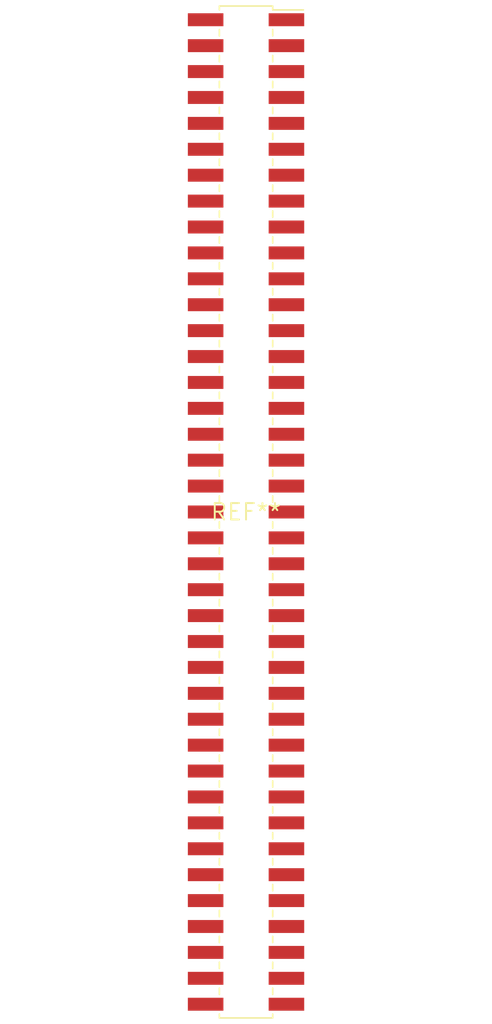
<source format=kicad_pcb>
(kicad_pcb (version 20240108) (generator pcbnew)
  (layers (0 "F.Cu" signal) (31 "B.Cu" signal) (34 "B.Paste" user) (35 "F.Paste" user) (36 "B.SilkS" user "B.Silkscreen") (37 "F.SilkS" user "F.Silkscreen") (38 "B.Mask" user) (39 "F.Mask" user) (44 "Edge.Cuts" user))
  (net 0 "")
  (footprint "PinSocket_2x39_P2.00mm_Vertical_SMD" (layer "F.Cu") (at 0 0)
    (property "Reference" "REF**")
    (property "Value" "PinSocket_2x39_P2.00mm_Vertical_SMD")
    (fp_line (start -2.06 -39.06) (end -2.06 -38.76) (layer "F.SilkS") (stroke (width 0.12)))
    (fp_line (start -2.06 -39.06) (end 2.06 -39.06) (layer "F.SilkS") (stroke (width 0.12)))
    (fp_line (start -2.06 -37.24) (end -2.06 -36.76) (layer "F.SilkS") (stroke (width 0.12)))
    (fp_line (start -2.06 -35.24) (end -2.06 -34.76) (layer "F.SilkS") (stroke (width 0.12)))
    (fp_line (start -2.06 -33.24) (end -2.06 -32.76) (layer "F.SilkS") (stroke (width 0.12)))
    (fp_line (start -2.06 -31.24) (end -2.06 -30.76) (layer "F.SilkS") (stroke (width 0.12)))
    (fp_line (start -2.06 -29.24) (end -2.06 -28.76) (layer "F.SilkS") (stroke (width 0.12)))
    (fp_line (start -2.06 -27.24) (end -2.06 -26.76) (layer "F.SilkS") (stroke (width 0.12)))
    (fp_line (start -2.06 -25.24) (end -2.06 -24.76) (layer "F.SilkS") (stroke (width 0.12)))
    (fp_line (start -2.06 -23.24) (end -2.06 -22.76) (layer "F.SilkS") (stroke (width 0.12)))
    (fp_line (start -2.06 -21.24) (end -2.06 -20.76) (layer "F.SilkS") (stroke (width 0.12)))
    (fp_line (start -2.06 -19.24) (end -2.06 -18.76) (layer "F.SilkS") (stroke (width 0.12)))
    (fp_line (start -2.06 -17.24) (end -2.06 -16.76) (layer "F.SilkS") (stroke (width 0.12)))
    (fp_line (start -2.06 -15.24) (end -2.06 -14.76) (layer "F.SilkS") (stroke (width 0.12)))
    (fp_line (start -2.06 -13.24) (end -2.06 -12.76) (layer "F.SilkS") (stroke (width 0.12)))
    (fp_line (start -2.06 -11.24) (end -2.06 -10.76) (layer "F.SilkS") (stroke (width 0.12)))
    (fp_line (start -2.06 -9.24) (end -2.06 -8.76) (layer "F.SilkS") (stroke (width 0.12)))
    (fp_line (start -2.06 -7.24) (end -2.06 -6.76) (layer "F.SilkS") (stroke (width 0.12)))
    (fp_line (start -2.06 -5.24) (end -2.06 -4.76) (layer "F.SilkS") (stroke (width 0.12)))
    (fp_line (start -2.06 -3.24) (end -2.06 -2.76) (layer "F.SilkS") (stroke (width 0.12)))
    (fp_line (start -2.06 -1.24) (end -2.06 -0.76) (layer "F.SilkS") (stroke (width 0.12)))
    (fp_line (start -2.06 0.76) (end -2.06 1.24) (layer "F.SilkS") (stroke (width 0.12)))
    (fp_line (start -2.06 2.76) (end -2.06 3.24) (layer "F.SilkS") (stroke (width 0.12)))
    (fp_line (start -2.06 4.76) (end -2.06 5.24) (layer "F.SilkS") (stroke (width 0.12)))
    (fp_line (start -2.06 6.76) (end -2.06 7.24) (layer "F.SilkS") (stroke (width 0.12)))
    (fp_line (start -2.06 8.76) (end -2.06 9.24) (layer "F.SilkS") (stroke (width 0.12)))
    (fp_line (start -2.06 10.76) (end -2.06 11.24) (layer "F.SilkS") (stroke (width 0.12)))
    (fp_line (start -2.06 12.76) (end -2.06 13.24) (layer "F.SilkS") (stroke (width 0.12)))
    (fp_line (start -2.06 14.76) (end -2.06 15.24) (layer "F.SilkS") (stroke (width 0.12)))
    (fp_line (start -2.06 16.76) (end -2.06 17.24) (layer "F.SilkS") (stroke (width 0.12)))
    (fp_line (start -2.06 18.76) (end -2.06 19.24) (layer "F.SilkS") (stroke (width 0.12)))
    (fp_line (start -2.06 20.76) (end -2.06 21.24) (layer "F.SilkS") (stroke (width 0.12)))
    (fp_line (start -2.06 22.76) (end -2.06 23.24) (layer "F.SilkS") (stroke (width 0.12)))
    (fp_line (start -2.06 24.76) (end -2.06 25.24) (layer "F.SilkS") (stroke (width 0.12)))
    (fp_line (start -2.06 26.76) (end -2.06 27.24) (layer "F.SilkS") (stroke (width 0.12)))
    (fp_line (start -2.06 28.76) (end -2.06 29.24) (layer "F.SilkS") (stroke (width 0.12)))
    (fp_line (start -2.06 30.76) (end -2.06 31.24) (layer "F.SilkS") (stroke (width 0.12)))
    (fp_line (start -2.06 32.76) (end -2.06 33.24) (layer "F.SilkS") (stroke (width 0.12)))
    (fp_line (start -2.06 34.76) (end -2.06 35.24) (layer "F.SilkS") (stroke (width 0.12)))
    (fp_line (start -2.06 36.76) (end -2.06 37.24) (layer "F.SilkS") (stroke (width 0.12)))
    (fp_line (start -2.06 38.76) (end -2.06 39.06) (layer "F.SilkS") (stroke (width 0.12)))
    (fp_line (start -2.06 39.06) (end 2.06 39.06) (layer "F.SilkS") (stroke (width 0.12)))
    (fp_line (start 2.06 -39.06) (end 2.06 -38.76) (layer "F.SilkS") (stroke (width 0.12)))
    (fp_line (start 2.06 -38.76) (end 4.44 -38.76) (layer "F.SilkS") (stroke (width 0.12)))
    (fp_line (start 2.06 -37.24) (end 2.06 -36.76) (layer "F.SilkS") (stroke (width 0.12)))
    (fp_line (start 2.06 -35.24) (end 2.06 -34.76) (layer "F.SilkS") (stroke (width 0.12)))
    (fp_line (start 2.06 -33.24) (end 2.06 -32.76) (layer "F.SilkS") (stroke (width 0.12)))
    (fp_line (start 2.06 -31.24) (end 2.06 -30.76) (layer "F.SilkS") (stroke (width 0.12)))
    (fp_line (start 2.06 -29.24) (end 2.06 -28.76) (layer "F.SilkS") (stroke (width 0.12)))
    (fp_line (start 2.06 -27.24) (end 2.06 -26.76) (layer "F.SilkS") (stroke (width 0.12)))
    (fp_line (start 2.06 -25.24) (end 2.06 -24.76) (layer "F.SilkS") (stroke (width 0.12)))
    (fp_line (start 2.06 -23.24) (end 2.06 -22.76) (layer "F.SilkS") (stroke (width 0.12)))
    (fp_line (start 2.06 -21.24) (end 2.06 -20.76) (layer "F.SilkS") (stroke (width 0.12)))
    (fp_line (start 2.06 -19.24) (end 2.06 -18.76) (layer "F.SilkS") (stroke (width 0.12)))
    (fp_line (start 2.06 -17.24) (end 2.06 -16.76) (layer "F.SilkS") (stroke (width 0.12)))
    (fp_line (start 2.06 -15.24) (end 2.06 -14.76) (layer "F.SilkS") (stroke (width 0.12)))
    (fp_line (start 2.06 -13.24) (end 2.06 -12.76) (layer "F.SilkS") (stroke (width 0.12)))
    (fp_line (start 2.06 -11.24) (end 2.06 -10.76) (layer "F.SilkS") (stroke (width 0.12)))
    (fp_line (start 2.06 -9.24) (end 2.06 -8.76) (layer "F.SilkS") (stroke (width 0.12)))
    (fp_line (start 2.06 -7.24) (end 2.06 -6.76) (layer "F.SilkS") (stroke (width 0.12)))
    (fp_line (start 2.06 -5.24) (end 2.06 -4.76) (layer "F.SilkS") (stroke (width 0.12)))
    (fp_line (start 2.06 -3.24) (end 2.06 -2.76) (layer "F.SilkS") (stroke (width 0.12)))
    (fp_line (start 2.06 -1.24) (end 2.06 -0.76) (layer "F.SilkS") (stroke (width 0.12)))
    (fp_line (start 2.06 0.76) (end 2.06 1.24) (layer "F.SilkS") (stroke (width 0.12)))
    (fp_line (start 2.06 2.76) (end 2.06 3.24) (layer "F.SilkS") (stroke (width 0.12)))
    (fp_line (start 2.06 4.76) (end 2.06 5.24) (layer "F.SilkS") (stroke (width 0.12)))
    (fp_line (start 2.06 6.76) (end 2.06 7.24) (layer "F.SilkS") (stroke (width 0.12)))
    (fp_line (start 2.06 8.76) (end 2.06 9.24) (layer "F.SilkS") (stroke (width 0.12)))
    (fp_line (start 2.06 10.76) (end 2.06 11.24) (layer "F.SilkS") (stroke (width 0.12)))
    (fp_line (start 2.06 12.76) (end 2.06 13.24) (layer "F.SilkS") (stroke (width 0.12)))
    (fp_line (start 2.06 14.76) (end 2.06 15.24) (layer "F.SilkS") (stroke (width 0.12)))
    (fp_line (start 2.06 16.76) (end 2.06 17.24) (layer "F.SilkS") (stroke (width 0.12)))
    (fp_line (start 2.06 18.76) (end 2.06 19.24) (layer "F.SilkS") (stroke (width 0.12)))
    (fp_line (start 2.06 20.76) (end 2.06 21.24) (layer "F.SilkS") (stroke (width 0.12)))
    (fp_line (start 2.06 22.76) (end 2.06 23.24) (layer "F.SilkS") (stroke (width 0.12)))
    (fp_line (start 2.06 24.76) (end 2.06 25.24) (layer "F.SilkS") (stroke (width 0.12)))
    (fp_line (start 2.06 26.76) (end 2.06 27.24) (layer "F.SilkS") (stroke (width 0.12)))
    (fp_line (start 2.06 28.76) (end 2.06 29.24) (layer "F.SilkS") (stroke (width 0.12)))
    (fp_line (start 2.06 30.76) (end 2.06 31.24) (layer "F.SilkS") (stroke (width 0.12)))
    (fp_line (start 2.06 32.76) (end 2.06 33.24) (layer "F.SilkS") (stroke (width 0.12)))
    (fp_line (start 2.06 34.76) (end 2.06 35.24) (layer "F.SilkS") (stroke (width 0.12)))
    (fp_line (start 2.06 36.76) (end 2.06 37.24) (layer "F.SilkS") (stroke (width 0.12)))
    (fp_line (start 2.06 38.76) (end 2.06 39.06) (layer "F.SilkS") (stroke (width 0.12)))
    (pad "1" smd rect (at 3.125 -38) (size 2.75 1) (layers "F.Cu" "F.Paste" "F.Mask"))
    (pad "2" smd rect (at -3.125 -38) (size 2.75 1) (layers "F.Cu" "F.Paste" "F.Mask"))
    (pad "3" smd rect (at 3.125 -36) (size 2.75 1) (layers "F.Cu" "F.Paste" "F.Mask"))
    (pad "4" smd rect (at -3.125 -36) (size 2.75 1) (layers "F.Cu" "F.Paste" "F.Mask"))
    (pad "5" smd rect (at 3.125 -34) (size 2.75 1) (layers "F.Cu" "F.Paste" "F.Mask"))
    (pad "6" smd rect (at -3.125 -34) (size 2.75 1) (layers "F.Cu" "F.Paste" "F.Mask"))
    (pad "7" smd rect (at 3.125 -32) (size 2.75 1) (layers "F.Cu" "F.Paste" "F.Mask"))
    (pad "8" smd rect (at -3.125 -32) (size 2.75 1) (layers "F.Cu" "F.Paste" "F.Mask"))
    (pad "9" smd rect (at 3.125 -30) (size 2.75 1) (layers "F.Cu" "F.Paste" "F.Mask"))
    (pad "10" smd rect (at -3.125 -30) (size 2.75 1) (layers "F.Cu" "F.Paste" "F.Mask"))
    (pad "11" smd rect (at 3.125 -28) (size 2.75 1) (layers "F.Cu" "F.Paste" "F.Mask"))
    (pad "12" smd rect (at -3.125 -28) (size 2.75 1) (layers "F.Cu" "F.Paste" "F.Mask"))
    (pad "13" smd rect (at 3.125 -26) (size 2.75 1) (layers "F.Cu" "F.Paste" "F.Mask"))
    (pad "14" smd rect (at -3.125 -26) (size 2.75 1) (layers "F.Cu" "F.Paste" "F.Mask"))
    (pad "15" smd rect (at 3.125 -24) (size 2.75 1) (layers "F.Cu" "F.Paste" "F.Mask"))
    (pad "16" smd rect (at -3.125 -24) (size 2.75 1) (layers "F.Cu" "F.Paste" "F.Mask"))
    (pad "17" smd rect (at 3.125 -22) (size 2.75 1) (layers "F.Cu" "F.Paste" "F.Mask"))
    (pad "18" smd rect (at -3.125 -22) (size 2.75 1) (layers "F.Cu" "F.Paste" "F.Mask"))
    (pad "19" smd rect (at 3.125 -20) (size 2.75 1) (layers "F.Cu" "F.Paste" "F.Mask"))
    (pad "20" smd rect (at -3.125 -20) (size 2.75 1) (layers "F.Cu" "F.Paste" "F.Mask"))
    (pad "21" smd rect (at 3.125 -18) (size 2.75 1) (layers "F.Cu" "F.Paste" "F.Mask"))
    (pad "22" smd rect (at -3.125 -18) (size 2.75 1) (layers "F.Cu" "F.Paste" "F.Mask"))
    (pad "23" smd rect (at 3.125 -16) (size 2.75 1) (layers "F.Cu" "F.Paste" "F.Mask"))
    (pad "24" smd rect (at -3.125 -16) (size 2.75 1) (layers "F.Cu" "F.Paste" "F.Mask"))
    (pad "25" smd rect (at 3.125 -14) (size 2.75 1) (layers "F.Cu" "F.Paste" "F.Mask"))
    (pad "26" smd rect (at -3.125 -14) (size 2.75 1) (layers "F.Cu" "F.Paste" "F.Mask"))
    (pad "27" smd rect (at 3.125 -12) (size 2.75 1) (layers "F.Cu" "F.Paste" "F.Mask"))
    (pad "28" smd rect (at -3.125 -12) (size 2.75 1) (layers "F.Cu" "F.Paste" "F.Mask"))
    (pad "29" smd rect (at 3.125 -10) (size 2.75 1) (layers "F.Cu" "F.Paste" "F.Mask"))
    (pad "30" smd rect (at -3.125 -10) (size 2.75 1) (layers "F.Cu" "F.Paste" "F.Mask"))
    (pad "31" smd rect (at 3.125 -8) (size 2.75 1) (layers "F.Cu" "F.Paste" "F.Mask"))
    (pad "32" smd rect (at -3.125 -8) (size 2.75 1) (layers "F.Cu" "F.Paste" "F.Mask"))
    (pad "33" smd rect (at 3.125 -6) (size 2.75 1) (layers "F.Cu" "F.Paste" "F.Mask"))
    (pad "34" smd rect (at -3.125 -6) (size 2.75 1) (layers "F.Cu" "F.Paste" "F.Mask"))
    (pad "35" smd rect (at 3.125 -4) (size 2.75 1) (layers "F.Cu" "F.Paste" "F.Mask"))
    (pad "36" smd rect (at -3.125 -4) (size 2.75 1) (layers "F.Cu" "F.Paste" "F.Mask"))
    (pad "37" smd rect (at 3.125 -2) (size 2.75 1) (layers "F.Cu" "F.Paste" "F.Mask"))
    (pad "38" smd rect (at -3.125 -2) (size 2.75 1) (layers "F.Cu" "F.Paste" "F.Mask"))
    (pad "39" smd rect (at 3.125 0) (size 2.75 1) (layers "F.Cu" "F.Paste" "F.Mask"))
    (pad "40" smd rect (at -3.125 0) (size 2.75 1) (layers "F.Cu" "F.Paste" "F.Mask"))
    (pad "41" smd rect (at 3.125 2) (size 2.75 1) (layers "F.Cu" "F.Paste" "F.Mask"))
    (pad "42" smd rect (at -3.125 2) (size 2.75 1) (layers "F.Cu" "F.Paste" "F.Mask"))
    (pad "43" smd rect (at 3.125 4) (size 2.75 1) (layers "F.Cu" "F.Paste" "F.Mask"))
    (pad "44" smd rect (at -3.125 4) (size 2.75 1) (layers "F.Cu" "F.Paste" "F.Mask"))
    (pad "45" smd rect (at 3.125 6) (size 2.75 1) (layers "F.Cu" "F.Paste" "F.Mask"))
    (pad "46" smd rect (at -3.125 6) (size 2.75 1) (layers "F.Cu" "F.Paste" "F.Mask"))
    (pad "47" smd rect (at 3.125 8) (size 2.75 1) (layers "F.Cu" "F.Paste" "F.Mask"))
    (pad "48" smd rect (at -3.125 8) (size 2.75 1) (layers "F.Cu" "F.Paste" "F.Mask"))
    (pad "49" smd rect (at 3.125 10) (size 2.75 1) (layers "F.Cu" "F.Paste" "F.Mask"))
    (pad "50" smd rect (at -3.125 10) (size 2.75 1) (layers "F.Cu" "F.Paste" "F.Mask"))
    (pad "51" smd rect (at 3.125 12) (size 2.75 1) (layers "F.Cu" "F.Paste" "F.Mask"))
    (pad "52" smd rect (at -3.125 12) (size 2.75 1) (layers "F.Cu" "F.Paste" "F.Mask"))
    (pad "53" smd rect (at 3.125 14) (size 2.75 1) (layers "F.Cu" "F.Paste" "F.Mask"))
    (pad "54" smd rect (at -3.125 14) (size 2.75 1) (layers "F.Cu" "F.Paste" "F.Mask"))
    (pad "55" smd rect (at 3.125 16) (size 2.75 1) (layers "F.Cu" "F.Paste" "F.Mask"))
    (pad "56" smd rect (at -3.125 16) (size 2.75 1) (layers "F.Cu" "F.Paste" "F.Mask"))
    (pad "57" smd rect (at 3.125 18) (size 2.75 1) (layers "F.Cu" "F.Paste" "F.Mask"))
    (pad "58" smd rect (at -3.125 18) (size 2.75 1) (layers "F.Cu" "F.Paste" "F.Mask"))
    (pad "59" smd rect (at 3.125 20) (size 2.75 1) (layers "F.Cu" "F.Paste" "F.Mask"))
    (pad "60" smd rect (at -3.125 20) (size 2.75 1) (layers "F.Cu" "F.Paste" "F.Mask"))
    (pad "61" smd rect (at 3.125 22) (size 2.75 1) (layers "F.Cu" "F.Paste" "F.Mask"))
    (pad "62" smd rect (at -3.125 22) (size 2.75 1) (layers "F.Cu" "F.Paste" "F.Mask"))
    (pad "63" smd rect (at 3.125 24) (size 2.75 1) (layers "F.Cu" "F.Paste" "F.Mask"))
    (pad "64" smd rect (at -3.125 24) (size 2.75 1) (layers "F.Cu" "F.Paste" "F.Mask"))
    (pad "65" smd rect (at 3.125 26) (size 2.75 1) (layers "F.Cu" "F.Paste" "F.Mask"))
    (pad "66" smd rect (at -3.125 26) (size 2.75 1) (layers "F.Cu" "F.Paste" "F.Mask"))
    (pad "67" smd rect (at 3.125 28) (size 2.75 1) (layers "F.Cu" "F.Paste" "F.Mask"))
    (pad "68" smd rect (at -3.125 28) (size 2.75 1) (layers "F.Cu" "F.Paste" "F.Mask"))
    (pad "69" smd rect (at 3.125 30) (size 2.75 1) (layers "F.Cu" "F.Paste" "F.Mask"))
    (pad "70" smd rect (at -3.125 30) (size 2.75 1) (layers "F.Cu" "F.Paste" "F.Mask"))
    (pad "71" smd rect (at 3.125 32) (size 2.75 1) (layers "F.Cu" "F.Paste" "F.Mask"))
    (pad "72" smd rect (at -3.125 32) (size 2.75 1) (layers "F.Cu" "F.Paste" "F.Mask"))
    (pad "73" smd rect (at 3.125 34) (size 2.75 1) (layers "F.Cu" "F.Paste" "F.Mask"))
    (pad "74" smd rect (at -3.125 34) (size 2.75 1) (layers "F.Cu" "F.Paste" "F.Mask"))
    (pad "75" smd rect (at 3.125 36) (size 2.75 1) (layers "F.Cu" "F.Paste" "F.Mask"))
    (pad "76" smd rect (at -3.125 36) (size 2.75 1) (layers "F.Cu" "F.Paste" "F.Mask"))
    (pad "77" smd rect (at 3.125 38) (size 2.75 1) (layers "F.Cu" "F.Paste" "F.Mask"))
    (pad "78" smd rect (at -3.125 38) (size 2.75 1) (layers "F.Cu" "F.Paste" "F.Mask"))
  )
)
</source>
